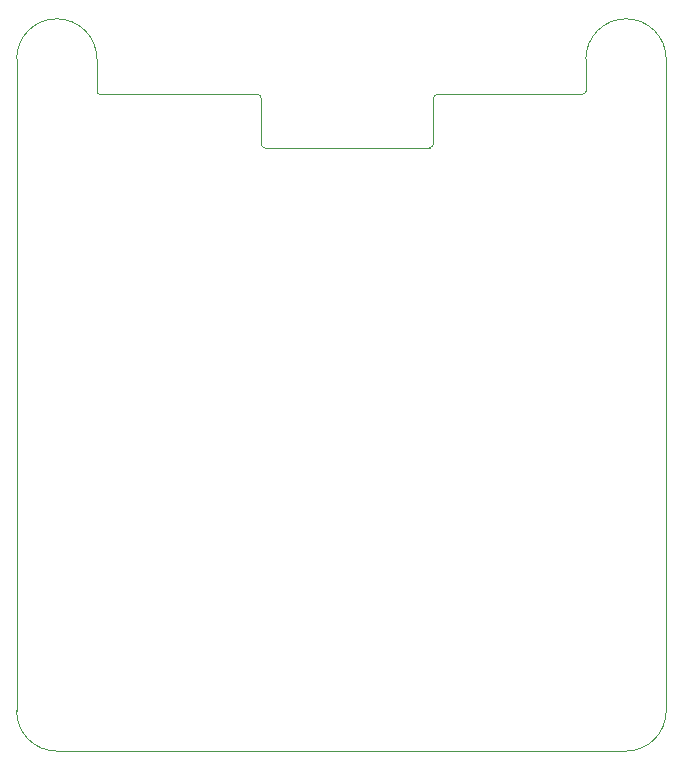
<source format=gbr>
%TF.GenerationSoftware,KiCad,Pcbnew,9.0.0*%
%TF.CreationDate,2025-03-07T07:18:05+07:00*%
%TF.ProjectId,MCU,4d43552e-6b69-4636-9164-5f7063625858,rev?*%
%TF.SameCoordinates,Original*%
%TF.FileFunction,Profile,NP*%
%FSLAX46Y46*%
G04 Gerber Fmt 4.6, Leading zero omitted, Abs format (unit mm)*
G04 Created by KiCad (PCBNEW 9.0.0) date 2025-03-07 07:18:05*
%MOMM*%
%LPD*%
G01*
G04 APERTURE LIST*
%TA.AperFunction,Profile*%
%ADD10C,0.050000*%
%TD*%
%TA.AperFunction,Profile*%
%ADD11C,0.100000*%
%TD*%
G04 APERTURE END LIST*
D10*
X107200000Y-65400000D02*
X120500000Y-65400000D01*
X148300000Y-62400000D02*
X148300000Y-65100000D01*
X121100000Y-69900000D02*
X135100000Y-69900000D01*
X151700000Y-59000000D02*
G75*
G02*
X155100000Y-62400000I0J-3400000D01*
G01*
X106900000Y-62400000D02*
X106900000Y-65100000D01*
X107200000Y-65400000D02*
G75*
G02*
X106900000Y-65100000I0J300000D01*
G01*
D11*
X155100000Y-117600000D02*
G75*
G02*
X151700000Y-121000000I-3400000J0D01*
G01*
D10*
X120800000Y-65700000D02*
X120800000Y-69600000D01*
X148300000Y-65100000D02*
G75*
G02*
X148000000Y-65400000I-300000J0D01*
G01*
X100100000Y-62400000D02*
X100100000Y-117600000D01*
X148300000Y-62400000D02*
G75*
G02*
X151700000Y-59000000I3400000J0D01*
G01*
X100100000Y-62400000D02*
G75*
G02*
X103500000Y-59000000I3400000J0D01*
G01*
X135700000Y-65400000D02*
X148000000Y-65400000D01*
X120500000Y-65400000D02*
G75*
G02*
X120800000Y-65700000I0J-300000D01*
G01*
X103500000Y-121000000D02*
X151700000Y-121000000D01*
X103500000Y-59000000D02*
G75*
G02*
X106900000Y-62400000I0J-3400000D01*
G01*
X155100000Y-117600000D02*
X155100000Y-62400000D01*
X103500000Y-121000000D02*
G75*
G02*
X100100000Y-117600000I0J3400000D01*
G01*
X135400000Y-69600000D02*
X135400000Y-65700000D01*
X121100000Y-69900000D02*
G75*
G02*
X120800000Y-69600000I0J300000D01*
G01*
X135400000Y-69600000D02*
G75*
G02*
X135100000Y-69900000I-300000J0D01*
G01*
X135400000Y-65700000D02*
G75*
G02*
X135700000Y-65400000I300000J0D01*
G01*
M02*

</source>
